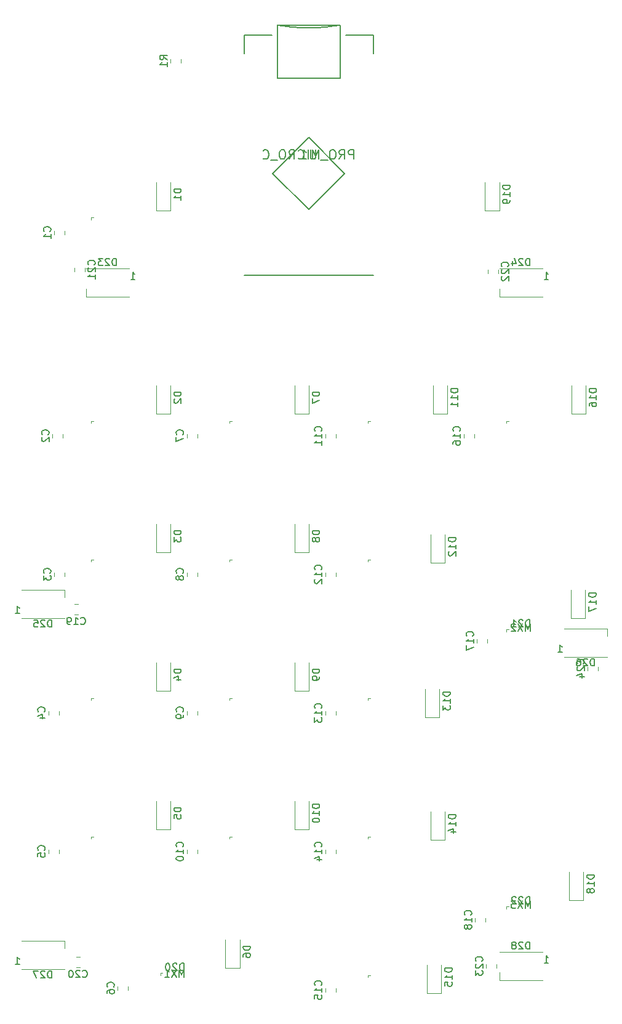
<source format=gbr>
%TF.GenerationSoftware,KiCad,Pcbnew,(5.1.6)-1*%
%TF.CreationDate,2021-03-03T00:47:03-05:00*%
%TF.ProjectId,Numpadulator,4e756d70-6164-4756-9c61-746f722e6b69,rev?*%
%TF.SameCoordinates,Original*%
%TF.FileFunction,Legend,Bot*%
%TF.FilePolarity,Positive*%
%FSLAX46Y46*%
G04 Gerber Fmt 4.6, Leading zero omitted, Abs format (unit mm)*
G04 Created by KiCad (PCBNEW (5.1.6)-1) date 2021-03-03 00:47:03*
%MOMM*%
%LPD*%
G01*
G04 APERTURE LIST*
%ADD10C,0.120000*%
%ADD11C,0.203200*%
%ADD12C,0.150000*%
G04 APERTURE END LIST*
D10*
%TO.C,C24*%
X131266000Y-121153422D02*
X131266000Y-121670578D01*
X129846000Y-121153422D02*
X129846000Y-121670578D01*
%TO.C,C23*%
X117296000Y-162047422D02*
X117296000Y-162564578D01*
X115876000Y-162047422D02*
X115876000Y-162564578D01*
%TO.C,C22*%
X116130000Y-67060578D02*
X116130000Y-66543422D01*
X117550000Y-67060578D02*
X117550000Y-66543422D01*
%TO.C,C21*%
X59234000Y-66806578D02*
X59234000Y-66289422D01*
X60654000Y-66806578D02*
X60654000Y-66289422D01*
%TO.C,C20*%
X59431422Y-161088000D02*
X59948578Y-161088000D01*
X59431422Y-162508000D02*
X59948578Y-162508000D01*
%TO.C,C19*%
X59177422Y-112574000D02*
X59694578Y-112574000D01*
X59177422Y-113994000D02*
X59694578Y-113994000D01*
%TO.C,D28*%
X117700000Y-164256000D02*
X117700000Y-163181000D01*
X123600000Y-164256000D02*
X117700000Y-164256000D01*
X123600000Y-160356000D02*
X117700000Y-160356000D01*
%TO.C,D27*%
X57814000Y-158832000D02*
X57814000Y-159907000D01*
X51914000Y-158832000D02*
X57814000Y-158832000D01*
X51914000Y-162732000D02*
X57814000Y-162732000D01*
%TO.C,D26*%
X132490000Y-115906000D02*
X132490000Y-116981000D01*
X126590000Y-115906000D02*
X132490000Y-115906000D01*
X126590000Y-119806000D02*
X132490000Y-119806000D01*
%TO.C,D25*%
X51914000Y-114472000D02*
X57814000Y-114472000D01*
X51914000Y-110572000D02*
X57814000Y-110572000D01*
X57814000Y-110572000D02*
X57814000Y-111647000D01*
%TO.C,D24*%
X117700000Y-70276000D02*
X117700000Y-69201000D01*
X123600000Y-70276000D02*
X117700000Y-70276000D01*
X123600000Y-66376000D02*
X117700000Y-66376000D01*
%TO.C,D23*%
X60804000Y-70276000D02*
X60804000Y-69201000D01*
X66704000Y-70276000D02*
X60804000Y-70276000D01*
X66704000Y-66376000D02*
X60804000Y-66376000D01*
%TO.C,R1*%
X72442000Y-37587422D02*
X72442000Y-38104578D01*
X73862000Y-37587422D02*
X73862000Y-38104578D01*
%TO.C,SW16*%
X118650000Y-87387500D02*
X118650000Y-87687500D01*
X118950000Y-87387500D02*
X118650000Y-87387500D01*
%TO.C,SW2*%
X61500000Y-87387500D02*
X61500000Y-87687500D01*
X61800000Y-87387500D02*
X61500000Y-87387500D01*
%TO.C,SW1*%
X61500000Y-59384000D02*
X61500000Y-59684000D01*
X61800000Y-59384000D02*
X61500000Y-59384000D01*
%TO.C,SW12*%
X99600000Y-106437500D02*
X99600000Y-106737500D01*
X99900000Y-106437500D02*
X99600000Y-106437500D01*
%TO.C,SW15*%
X99600000Y-163587500D02*
X99600000Y-163887500D01*
X99900000Y-163587500D02*
X99600000Y-163587500D01*
%TO.C,SW14*%
X99600000Y-144537500D02*
X99600000Y-144837500D01*
X99900000Y-144537500D02*
X99600000Y-144537500D01*
%TO.C,SW13*%
X99600000Y-125487500D02*
X99600000Y-125787500D01*
X99900000Y-125487500D02*
X99600000Y-125487500D01*
%TO.C,SW11*%
X99600000Y-87387500D02*
X99600000Y-87687500D01*
X99900000Y-87387500D02*
X99600000Y-87387500D01*
%TO.C,SW10*%
X80550000Y-144537500D02*
X80550000Y-144837500D01*
X80850000Y-144537500D02*
X80550000Y-144537500D01*
%TO.C,SW9*%
X80550000Y-125487500D02*
X80550000Y-125787500D01*
X80850000Y-125487500D02*
X80550000Y-125487500D01*
%TO.C,SW8*%
X80550000Y-106437500D02*
X80550000Y-106737500D01*
X80850000Y-106437500D02*
X80550000Y-106437500D01*
%TO.C,SW7*%
X80550000Y-87387500D02*
X80550000Y-87687500D01*
X80850000Y-87387500D02*
X80550000Y-87387500D01*
%TO.C,SW5*%
X61500000Y-144537500D02*
X61500000Y-144837500D01*
X61800000Y-144537500D02*
X61500000Y-144537500D01*
%TO.C,SW4*%
X61500000Y-125487500D02*
X61500000Y-125787500D01*
X61800000Y-125487500D02*
X61500000Y-125487500D01*
%TO.C,SW3*%
X61500000Y-106437500D02*
X61500000Y-106737500D01*
X61800000Y-106437500D02*
X61500000Y-106437500D01*
%TO.C,D22*%
X118950000Y-154156000D02*
X118650000Y-154156000D01*
X118650000Y-154156000D02*
X118650000Y-154456000D01*
%TO.C,D21*%
X118950000Y-116056000D02*
X118650000Y-116056000D01*
X118650000Y-116056000D02*
X118650000Y-116356000D01*
%TO.C,D20*%
X71025000Y-163300000D02*
X71025000Y-163600000D01*
X71325000Y-163300000D02*
X71025000Y-163300000D01*
D11*
%TO.C,U1*%
X82550000Y-67310000D02*
X100330000Y-67310000D01*
X82550000Y-34290000D02*
X82550000Y-36830000D01*
X86360000Y-34290000D02*
X82550000Y-34290000D01*
X100330000Y-34290000D02*
X100330000Y-36830000D01*
X96520000Y-34290000D02*
X100330000Y-34290000D01*
X86487000Y-53340000D02*
X91440000Y-48387000D01*
X91440000Y-58293000D02*
X86487000Y-53340000D01*
X96393000Y-53340000D02*
X91440000Y-58293000D01*
X91440000Y-48387000D02*
X96393000Y-53340000D01*
X95758000Y-32956500D02*
X87122000Y-32956500D01*
X87122000Y-40259000D02*
X95758000Y-40259000D01*
X87122000Y-32956500D02*
X87122000Y-40259000D01*
X95758000Y-40259000D02*
X95758000Y-32956500D01*
X87122000Y-32956500D02*
G75*
G03*
X95758000Y-32956500I4318000J24145875D01*
G01*
D10*
%TO.C,D19*%
X117681250Y-58447500D02*
X115681250Y-58447500D01*
X115681250Y-58447500D02*
X115681250Y-54547500D01*
X117681250Y-58447500D02*
X117681250Y-54547500D01*
%TO.C,D18*%
X129270000Y-153254000D02*
X127270000Y-153254000D01*
X127270000Y-153254000D02*
X127270000Y-149354000D01*
X129270000Y-153254000D02*
X129270000Y-149354000D01*
%TO.C,D17*%
X129524000Y-114518000D02*
X127524000Y-114518000D01*
X127524000Y-114518000D02*
X127524000Y-110618000D01*
X129524000Y-114518000D02*
X129524000Y-110618000D01*
%TO.C,D16*%
X129587500Y-86387500D02*
X127587500Y-86387500D01*
X127587500Y-86387500D02*
X127587500Y-82487500D01*
X129587500Y-86387500D02*
X129587500Y-82487500D01*
%TO.C,D15*%
X109712000Y-166080000D02*
X107712000Y-166080000D01*
X107712000Y-166080000D02*
X107712000Y-162180000D01*
X109712000Y-166080000D02*
X109712000Y-162180000D01*
%TO.C,D14*%
X110220000Y-144998000D02*
X108220000Y-144998000D01*
X108220000Y-144998000D02*
X108220000Y-141098000D01*
X110220000Y-144998000D02*
X110220000Y-141098000D01*
%TO.C,D13*%
X109458000Y-128106000D02*
X107458000Y-128106000D01*
X107458000Y-128106000D02*
X107458000Y-124206000D01*
X109458000Y-128106000D02*
X109458000Y-124206000D01*
%TO.C,D12*%
X110220000Y-106898000D02*
X108220000Y-106898000D01*
X108220000Y-106898000D02*
X108220000Y-102998000D01*
X110220000Y-106898000D02*
X110220000Y-102998000D01*
%TO.C,D11*%
X110537500Y-86387500D02*
X108537500Y-86387500D01*
X108537500Y-86387500D02*
X108537500Y-82487500D01*
X110537500Y-86387500D02*
X110537500Y-82487500D01*
%TO.C,D10*%
X91487500Y-143537500D02*
X89487500Y-143537500D01*
X89487500Y-143537500D02*
X89487500Y-139637500D01*
X91487500Y-143537500D02*
X91487500Y-139637500D01*
%TO.C,D9*%
X91487500Y-124487500D02*
X89487500Y-124487500D01*
X89487500Y-124487500D02*
X89487500Y-120587500D01*
X91487500Y-124487500D02*
X91487500Y-120587500D01*
%TO.C,D8*%
X91487500Y-105437500D02*
X89487500Y-105437500D01*
X89487500Y-105437500D02*
X89487500Y-101537500D01*
X91487500Y-105437500D02*
X91487500Y-101537500D01*
%TO.C,D7*%
X91487500Y-86387500D02*
X89487500Y-86387500D01*
X89487500Y-86387500D02*
X89487500Y-82487500D01*
X91487500Y-86387500D02*
X91487500Y-82487500D01*
%TO.C,D6*%
X81962500Y-162587500D02*
X79962500Y-162587500D01*
X79962500Y-162587500D02*
X79962500Y-158687500D01*
X81962500Y-162587500D02*
X81962500Y-158687500D01*
%TO.C,D5*%
X72437500Y-143537500D02*
X70437500Y-143537500D01*
X70437500Y-143537500D02*
X70437500Y-139637500D01*
X72437500Y-143537500D02*
X72437500Y-139637500D01*
%TO.C,D4*%
X72437500Y-124487500D02*
X70437500Y-124487500D01*
X70437500Y-124487500D02*
X70437500Y-120587500D01*
X72437500Y-124487500D02*
X72437500Y-120587500D01*
%TO.C,D3*%
X72437500Y-105437500D02*
X70437500Y-105437500D01*
X70437500Y-105437500D02*
X70437500Y-101537500D01*
X72437500Y-105437500D02*
X72437500Y-101537500D01*
%TO.C,D2*%
X72437500Y-86387500D02*
X70437500Y-86387500D01*
X70437500Y-86387500D02*
X70437500Y-82487500D01*
X72437500Y-86387500D02*
X72437500Y-82487500D01*
%TO.C,D1*%
X72437500Y-58447500D02*
X70437500Y-58447500D01*
X70437500Y-58447500D02*
X70437500Y-54547500D01*
X72437500Y-58447500D02*
X72437500Y-54547500D01*
%TO.C,C18*%
X114352000Y-155697422D02*
X114352000Y-156214578D01*
X115772000Y-155697422D02*
X115772000Y-156214578D01*
%TO.C,C17*%
X114606000Y-117343422D02*
X114606000Y-117860578D01*
X116026000Y-117343422D02*
X116026000Y-117860578D01*
%TO.C,C16*%
X112796250Y-89149422D02*
X112796250Y-89666578D01*
X114216250Y-89149422D02*
X114216250Y-89666578D01*
%TO.C,C15*%
X93746250Y-165349422D02*
X93746250Y-165866578D01*
X95166250Y-165349422D02*
X95166250Y-165866578D01*
%TO.C,C14*%
X93746250Y-146299422D02*
X93746250Y-146816578D01*
X95166250Y-146299422D02*
X95166250Y-146816578D01*
%TO.C,C13*%
X93746250Y-127249422D02*
X93746250Y-127766578D01*
X95166250Y-127249422D02*
X95166250Y-127766578D01*
%TO.C,C12*%
X93746250Y-108199422D02*
X93746250Y-108716578D01*
X95166250Y-108199422D02*
X95166250Y-108716578D01*
%TO.C,C11*%
X93746250Y-89149422D02*
X93746250Y-89666578D01*
X95166250Y-89149422D02*
X95166250Y-89666578D01*
%TO.C,C10*%
X74696250Y-146299422D02*
X74696250Y-146816578D01*
X76116250Y-146299422D02*
X76116250Y-146816578D01*
%TO.C,C9*%
X74696250Y-127249422D02*
X74696250Y-127766578D01*
X76116250Y-127249422D02*
X76116250Y-127766578D01*
%TO.C,C8*%
X74696250Y-108199422D02*
X74696250Y-108716578D01*
X76116250Y-108199422D02*
X76116250Y-108716578D01*
%TO.C,C7*%
X76116250Y-89149422D02*
X76116250Y-89666578D01*
X74696250Y-89149422D02*
X74696250Y-89666578D01*
%TO.C,C6*%
X65171250Y-165095422D02*
X65171250Y-165612578D01*
X66591250Y-165095422D02*
X66591250Y-165612578D01*
%TO.C,C5*%
X55646250Y-146299422D02*
X55646250Y-146816578D01*
X57066250Y-146299422D02*
X57066250Y-146816578D01*
%TO.C,C4*%
X55646250Y-127249422D02*
X55646250Y-127766578D01*
X57066250Y-127249422D02*
X57066250Y-127766578D01*
%TO.C,C3*%
X56440000Y-108199422D02*
X56440000Y-108716578D01*
X57860000Y-108199422D02*
X57860000Y-108716578D01*
%TO.C,C2*%
X56186000Y-89149422D02*
X56186000Y-89666578D01*
X57606000Y-89149422D02*
X57606000Y-89666578D01*
%TO.C,C1*%
X57860000Y-61209422D02*
X57860000Y-61726578D01*
X56440000Y-61209422D02*
X56440000Y-61726578D01*
%TO.C,C24*%
D12*
X129263142Y-120769142D02*
X129310761Y-120721523D01*
X129358380Y-120578666D01*
X129358380Y-120483428D01*
X129310761Y-120340571D01*
X129215523Y-120245333D01*
X129120285Y-120197714D01*
X128929809Y-120150095D01*
X128786952Y-120150095D01*
X128596476Y-120197714D01*
X128501238Y-120245333D01*
X128406000Y-120340571D01*
X128358380Y-120483428D01*
X128358380Y-120578666D01*
X128406000Y-120721523D01*
X128453619Y-120769142D01*
X128453619Y-121150095D02*
X128406000Y-121197714D01*
X128358380Y-121292952D01*
X128358380Y-121531047D01*
X128406000Y-121626285D01*
X128453619Y-121673904D01*
X128548857Y-121721523D01*
X128644095Y-121721523D01*
X128786952Y-121673904D01*
X129358380Y-121102476D01*
X129358380Y-121721523D01*
X128691714Y-122578666D02*
X129358380Y-122578666D01*
X128310761Y-122340571D02*
X129025047Y-122102476D01*
X129025047Y-122721523D01*
%TO.C,C23*%
X115293142Y-161663142D02*
X115340761Y-161615523D01*
X115388380Y-161472666D01*
X115388380Y-161377428D01*
X115340761Y-161234571D01*
X115245523Y-161139333D01*
X115150285Y-161091714D01*
X114959809Y-161044095D01*
X114816952Y-161044095D01*
X114626476Y-161091714D01*
X114531238Y-161139333D01*
X114436000Y-161234571D01*
X114388380Y-161377428D01*
X114388380Y-161472666D01*
X114436000Y-161615523D01*
X114483619Y-161663142D01*
X114483619Y-162044095D02*
X114436000Y-162091714D01*
X114388380Y-162186952D01*
X114388380Y-162425047D01*
X114436000Y-162520285D01*
X114483619Y-162567904D01*
X114578857Y-162615523D01*
X114674095Y-162615523D01*
X114816952Y-162567904D01*
X115388380Y-161996476D01*
X115388380Y-162615523D01*
X114388380Y-162948857D02*
X114388380Y-163567904D01*
X114769333Y-163234571D01*
X114769333Y-163377428D01*
X114816952Y-163472666D01*
X114864571Y-163520285D01*
X114959809Y-163567904D01*
X115197904Y-163567904D01*
X115293142Y-163520285D01*
X115340761Y-163472666D01*
X115388380Y-163377428D01*
X115388380Y-163091714D01*
X115340761Y-162996476D01*
X115293142Y-162948857D01*
%TO.C,C22*%
X118847142Y-66159142D02*
X118894761Y-66111523D01*
X118942380Y-65968666D01*
X118942380Y-65873428D01*
X118894761Y-65730571D01*
X118799523Y-65635333D01*
X118704285Y-65587714D01*
X118513809Y-65540095D01*
X118370952Y-65540095D01*
X118180476Y-65587714D01*
X118085238Y-65635333D01*
X117990000Y-65730571D01*
X117942380Y-65873428D01*
X117942380Y-65968666D01*
X117990000Y-66111523D01*
X118037619Y-66159142D01*
X118037619Y-66540095D02*
X117990000Y-66587714D01*
X117942380Y-66682952D01*
X117942380Y-66921047D01*
X117990000Y-67016285D01*
X118037619Y-67063904D01*
X118132857Y-67111523D01*
X118228095Y-67111523D01*
X118370952Y-67063904D01*
X118942380Y-66492476D01*
X118942380Y-67111523D01*
X118037619Y-67492476D02*
X117990000Y-67540095D01*
X117942380Y-67635333D01*
X117942380Y-67873428D01*
X117990000Y-67968666D01*
X118037619Y-68016285D01*
X118132857Y-68063904D01*
X118228095Y-68063904D01*
X118370952Y-68016285D01*
X118942380Y-67444857D01*
X118942380Y-68063904D01*
%TO.C,C21*%
X61951142Y-65905142D02*
X61998761Y-65857523D01*
X62046380Y-65714666D01*
X62046380Y-65619428D01*
X61998761Y-65476571D01*
X61903523Y-65381333D01*
X61808285Y-65333714D01*
X61617809Y-65286095D01*
X61474952Y-65286095D01*
X61284476Y-65333714D01*
X61189238Y-65381333D01*
X61094000Y-65476571D01*
X61046380Y-65619428D01*
X61046380Y-65714666D01*
X61094000Y-65857523D01*
X61141619Y-65905142D01*
X61141619Y-66286095D02*
X61094000Y-66333714D01*
X61046380Y-66428952D01*
X61046380Y-66667047D01*
X61094000Y-66762285D01*
X61141619Y-66809904D01*
X61236857Y-66857523D01*
X61332095Y-66857523D01*
X61474952Y-66809904D01*
X62046380Y-66238476D01*
X62046380Y-66857523D01*
X62046380Y-67809904D02*
X62046380Y-67238476D01*
X62046380Y-67524190D02*
X61046380Y-67524190D01*
X61189238Y-67428952D01*
X61284476Y-67333714D01*
X61332095Y-67238476D01*
%TO.C,C20*%
X60332857Y-163805142D02*
X60380476Y-163852761D01*
X60523333Y-163900380D01*
X60618571Y-163900380D01*
X60761428Y-163852761D01*
X60856666Y-163757523D01*
X60904285Y-163662285D01*
X60951904Y-163471809D01*
X60951904Y-163328952D01*
X60904285Y-163138476D01*
X60856666Y-163043238D01*
X60761428Y-162948000D01*
X60618571Y-162900380D01*
X60523333Y-162900380D01*
X60380476Y-162948000D01*
X60332857Y-162995619D01*
X59951904Y-162995619D02*
X59904285Y-162948000D01*
X59809047Y-162900380D01*
X59570952Y-162900380D01*
X59475714Y-162948000D01*
X59428095Y-162995619D01*
X59380476Y-163090857D01*
X59380476Y-163186095D01*
X59428095Y-163328952D01*
X59999523Y-163900380D01*
X59380476Y-163900380D01*
X58761428Y-162900380D02*
X58666190Y-162900380D01*
X58570952Y-162948000D01*
X58523333Y-162995619D01*
X58475714Y-163090857D01*
X58428095Y-163281333D01*
X58428095Y-163519428D01*
X58475714Y-163709904D01*
X58523333Y-163805142D01*
X58570952Y-163852761D01*
X58666190Y-163900380D01*
X58761428Y-163900380D01*
X58856666Y-163852761D01*
X58904285Y-163805142D01*
X58951904Y-163709904D01*
X58999523Y-163519428D01*
X58999523Y-163281333D01*
X58951904Y-163090857D01*
X58904285Y-162995619D01*
X58856666Y-162948000D01*
X58761428Y-162900380D01*
%TO.C,C19*%
X60078857Y-115291142D02*
X60126476Y-115338761D01*
X60269333Y-115386380D01*
X60364571Y-115386380D01*
X60507428Y-115338761D01*
X60602666Y-115243523D01*
X60650285Y-115148285D01*
X60697904Y-114957809D01*
X60697904Y-114814952D01*
X60650285Y-114624476D01*
X60602666Y-114529238D01*
X60507428Y-114434000D01*
X60364571Y-114386380D01*
X60269333Y-114386380D01*
X60126476Y-114434000D01*
X60078857Y-114481619D01*
X59126476Y-115386380D02*
X59697904Y-115386380D01*
X59412190Y-115386380D02*
X59412190Y-114386380D01*
X59507428Y-114529238D01*
X59602666Y-114624476D01*
X59697904Y-114672095D01*
X58650285Y-115386380D02*
X58459809Y-115386380D01*
X58364571Y-115338761D01*
X58316952Y-115291142D01*
X58221714Y-115148285D01*
X58174095Y-114957809D01*
X58174095Y-114576857D01*
X58221714Y-114481619D01*
X58269333Y-114434000D01*
X58364571Y-114386380D01*
X58555047Y-114386380D01*
X58650285Y-114434000D01*
X58697904Y-114481619D01*
X58745523Y-114576857D01*
X58745523Y-114814952D01*
X58697904Y-114910190D01*
X58650285Y-114957809D01*
X58555047Y-115005428D01*
X58364571Y-115005428D01*
X58269333Y-114957809D01*
X58221714Y-114910190D01*
X58174095Y-114814952D01*
%TO.C,D28*%
X121864285Y-160008380D02*
X121864285Y-159008380D01*
X121626190Y-159008380D01*
X121483333Y-159056000D01*
X121388095Y-159151238D01*
X121340476Y-159246476D01*
X121292857Y-159436952D01*
X121292857Y-159579809D01*
X121340476Y-159770285D01*
X121388095Y-159865523D01*
X121483333Y-159960761D01*
X121626190Y-160008380D01*
X121864285Y-160008380D01*
X120911904Y-159103619D02*
X120864285Y-159056000D01*
X120769047Y-159008380D01*
X120530952Y-159008380D01*
X120435714Y-159056000D01*
X120388095Y-159103619D01*
X120340476Y-159198857D01*
X120340476Y-159294095D01*
X120388095Y-159436952D01*
X120959523Y-160008380D01*
X120340476Y-160008380D01*
X119769047Y-159436952D02*
X119864285Y-159389333D01*
X119911904Y-159341714D01*
X119959523Y-159246476D01*
X119959523Y-159198857D01*
X119911904Y-159103619D01*
X119864285Y-159056000D01*
X119769047Y-159008380D01*
X119578571Y-159008380D01*
X119483333Y-159056000D01*
X119435714Y-159103619D01*
X119388095Y-159198857D01*
X119388095Y-159246476D01*
X119435714Y-159341714D01*
X119483333Y-159389333D01*
X119578571Y-159436952D01*
X119769047Y-159436952D01*
X119864285Y-159484571D01*
X119911904Y-159532190D01*
X119959523Y-159627428D01*
X119959523Y-159817904D01*
X119911904Y-159913142D01*
X119864285Y-159960761D01*
X119769047Y-160008380D01*
X119578571Y-160008380D01*
X119483333Y-159960761D01*
X119435714Y-159913142D01*
X119388095Y-159817904D01*
X119388095Y-159627428D01*
X119435714Y-159532190D01*
X119483333Y-159484571D01*
X119578571Y-159436952D01*
X123864285Y-161883380D02*
X124435714Y-161883380D01*
X124150000Y-161883380D02*
X124150000Y-160883380D01*
X124245238Y-161026238D01*
X124340476Y-161121476D01*
X124435714Y-161169095D01*
%TO.C,D27*%
X56078285Y-163984380D02*
X56078285Y-162984380D01*
X55840190Y-162984380D01*
X55697333Y-163032000D01*
X55602095Y-163127238D01*
X55554476Y-163222476D01*
X55506857Y-163412952D01*
X55506857Y-163555809D01*
X55554476Y-163746285D01*
X55602095Y-163841523D01*
X55697333Y-163936761D01*
X55840190Y-163984380D01*
X56078285Y-163984380D01*
X55125904Y-163079619D02*
X55078285Y-163032000D01*
X54983047Y-162984380D01*
X54744952Y-162984380D01*
X54649714Y-163032000D01*
X54602095Y-163079619D01*
X54554476Y-163174857D01*
X54554476Y-163270095D01*
X54602095Y-163412952D01*
X55173523Y-163984380D01*
X54554476Y-163984380D01*
X54221142Y-162984380D02*
X53554476Y-162984380D01*
X53983047Y-163984380D01*
X51078285Y-162109380D02*
X51649714Y-162109380D01*
X51364000Y-162109380D02*
X51364000Y-161109380D01*
X51459238Y-161252238D01*
X51554476Y-161347476D01*
X51649714Y-161395095D01*
%TO.C,D26*%
X130754285Y-121058380D02*
X130754285Y-120058380D01*
X130516190Y-120058380D01*
X130373333Y-120106000D01*
X130278095Y-120201238D01*
X130230476Y-120296476D01*
X130182857Y-120486952D01*
X130182857Y-120629809D01*
X130230476Y-120820285D01*
X130278095Y-120915523D01*
X130373333Y-121010761D01*
X130516190Y-121058380D01*
X130754285Y-121058380D01*
X129801904Y-120153619D02*
X129754285Y-120106000D01*
X129659047Y-120058380D01*
X129420952Y-120058380D01*
X129325714Y-120106000D01*
X129278095Y-120153619D01*
X129230476Y-120248857D01*
X129230476Y-120344095D01*
X129278095Y-120486952D01*
X129849523Y-121058380D01*
X129230476Y-121058380D01*
X128373333Y-120058380D02*
X128563809Y-120058380D01*
X128659047Y-120106000D01*
X128706666Y-120153619D01*
X128801904Y-120296476D01*
X128849523Y-120486952D01*
X128849523Y-120867904D01*
X128801904Y-120963142D01*
X128754285Y-121010761D01*
X128659047Y-121058380D01*
X128468571Y-121058380D01*
X128373333Y-121010761D01*
X128325714Y-120963142D01*
X128278095Y-120867904D01*
X128278095Y-120629809D01*
X128325714Y-120534571D01*
X128373333Y-120486952D01*
X128468571Y-120439333D01*
X128659047Y-120439333D01*
X128754285Y-120486952D01*
X128801904Y-120534571D01*
X128849523Y-120629809D01*
X125754285Y-119183380D02*
X126325714Y-119183380D01*
X126040000Y-119183380D02*
X126040000Y-118183380D01*
X126135238Y-118326238D01*
X126230476Y-118421476D01*
X126325714Y-118469095D01*
%TO.C,D25*%
X56078285Y-115724380D02*
X56078285Y-114724380D01*
X55840190Y-114724380D01*
X55697333Y-114772000D01*
X55602095Y-114867238D01*
X55554476Y-114962476D01*
X55506857Y-115152952D01*
X55506857Y-115295809D01*
X55554476Y-115486285D01*
X55602095Y-115581523D01*
X55697333Y-115676761D01*
X55840190Y-115724380D01*
X56078285Y-115724380D01*
X55125904Y-114819619D02*
X55078285Y-114772000D01*
X54983047Y-114724380D01*
X54744952Y-114724380D01*
X54649714Y-114772000D01*
X54602095Y-114819619D01*
X54554476Y-114914857D01*
X54554476Y-115010095D01*
X54602095Y-115152952D01*
X55173523Y-115724380D01*
X54554476Y-115724380D01*
X53649714Y-114724380D02*
X54125904Y-114724380D01*
X54173523Y-115200571D01*
X54125904Y-115152952D01*
X54030666Y-115105333D01*
X53792571Y-115105333D01*
X53697333Y-115152952D01*
X53649714Y-115200571D01*
X53602095Y-115295809D01*
X53602095Y-115533904D01*
X53649714Y-115629142D01*
X53697333Y-115676761D01*
X53792571Y-115724380D01*
X54030666Y-115724380D01*
X54125904Y-115676761D01*
X54173523Y-115629142D01*
X51078285Y-113849380D02*
X51649714Y-113849380D01*
X51364000Y-113849380D02*
X51364000Y-112849380D01*
X51459238Y-112992238D01*
X51554476Y-113087476D01*
X51649714Y-113135095D01*
%TO.C,D24*%
X121864285Y-66028380D02*
X121864285Y-65028380D01*
X121626190Y-65028380D01*
X121483333Y-65076000D01*
X121388095Y-65171238D01*
X121340476Y-65266476D01*
X121292857Y-65456952D01*
X121292857Y-65599809D01*
X121340476Y-65790285D01*
X121388095Y-65885523D01*
X121483333Y-65980761D01*
X121626190Y-66028380D01*
X121864285Y-66028380D01*
X120911904Y-65123619D02*
X120864285Y-65076000D01*
X120769047Y-65028380D01*
X120530952Y-65028380D01*
X120435714Y-65076000D01*
X120388095Y-65123619D01*
X120340476Y-65218857D01*
X120340476Y-65314095D01*
X120388095Y-65456952D01*
X120959523Y-66028380D01*
X120340476Y-66028380D01*
X119483333Y-65361714D02*
X119483333Y-66028380D01*
X119721428Y-64980761D02*
X119959523Y-65695047D01*
X119340476Y-65695047D01*
X123864285Y-67903380D02*
X124435714Y-67903380D01*
X124150000Y-67903380D02*
X124150000Y-66903380D01*
X124245238Y-67046238D01*
X124340476Y-67141476D01*
X124435714Y-67189095D01*
%TO.C,D23*%
X64968285Y-66028380D02*
X64968285Y-65028380D01*
X64730190Y-65028380D01*
X64587333Y-65076000D01*
X64492095Y-65171238D01*
X64444476Y-65266476D01*
X64396857Y-65456952D01*
X64396857Y-65599809D01*
X64444476Y-65790285D01*
X64492095Y-65885523D01*
X64587333Y-65980761D01*
X64730190Y-66028380D01*
X64968285Y-66028380D01*
X64015904Y-65123619D02*
X63968285Y-65076000D01*
X63873047Y-65028380D01*
X63634952Y-65028380D01*
X63539714Y-65076000D01*
X63492095Y-65123619D01*
X63444476Y-65218857D01*
X63444476Y-65314095D01*
X63492095Y-65456952D01*
X64063523Y-66028380D01*
X63444476Y-66028380D01*
X63111142Y-65028380D02*
X62492095Y-65028380D01*
X62825428Y-65409333D01*
X62682571Y-65409333D01*
X62587333Y-65456952D01*
X62539714Y-65504571D01*
X62492095Y-65599809D01*
X62492095Y-65837904D01*
X62539714Y-65933142D01*
X62587333Y-65980761D01*
X62682571Y-66028380D01*
X62968285Y-66028380D01*
X63063523Y-65980761D01*
X63111142Y-65933142D01*
X66968285Y-67903380D02*
X67539714Y-67903380D01*
X67254000Y-67903380D02*
X67254000Y-66903380D01*
X67349238Y-67046238D01*
X67444476Y-67141476D01*
X67539714Y-67189095D01*
%TO.C,R1*%
X71954380Y-37679333D02*
X71478190Y-37346000D01*
X71954380Y-37107904D02*
X70954380Y-37107904D01*
X70954380Y-37488857D01*
X71002000Y-37584095D01*
X71049619Y-37631714D01*
X71144857Y-37679333D01*
X71287714Y-37679333D01*
X71382952Y-37631714D01*
X71430571Y-37584095D01*
X71478190Y-37488857D01*
X71478190Y-37107904D01*
X71954380Y-38631714D02*
X71954380Y-38060285D01*
X71954380Y-38346000D02*
X70954380Y-38346000D01*
X71097238Y-38250761D01*
X71192476Y-38155523D01*
X71240095Y-38060285D01*
%TO.C,MX2*%
X121935714Y-116276380D02*
X121935714Y-115276380D01*
X121602380Y-115990666D01*
X121269047Y-115276380D01*
X121269047Y-116276380D01*
X120888095Y-115276380D02*
X120221428Y-116276380D01*
X120221428Y-115276380D02*
X120888095Y-116276380D01*
X119888095Y-115371619D02*
X119840476Y-115324000D01*
X119745238Y-115276380D01*
X119507142Y-115276380D01*
X119411904Y-115324000D01*
X119364285Y-115371619D01*
X119316666Y-115466857D01*
X119316666Y-115562095D01*
X119364285Y-115704952D01*
X119935714Y-116276380D01*
X119316666Y-116276380D01*
%TO.C,MX3*%
X121935714Y-154376380D02*
X121935714Y-153376380D01*
X121602380Y-154090666D01*
X121269047Y-153376380D01*
X121269047Y-154376380D01*
X120888095Y-153376380D02*
X120221428Y-154376380D01*
X120221428Y-153376380D02*
X120888095Y-154376380D01*
X119935714Y-153376380D02*
X119316666Y-153376380D01*
X119650000Y-153757333D01*
X119507142Y-153757333D01*
X119411904Y-153804952D01*
X119364285Y-153852571D01*
X119316666Y-153947809D01*
X119316666Y-154185904D01*
X119364285Y-154281142D01*
X119411904Y-154328761D01*
X119507142Y-154376380D01*
X119792857Y-154376380D01*
X119888095Y-154328761D01*
X119935714Y-154281142D01*
%TO.C,MX1*%
X74310714Y-163837880D02*
X74310714Y-162837880D01*
X73977380Y-163552166D01*
X73644047Y-162837880D01*
X73644047Y-163837880D01*
X73263095Y-162837880D02*
X72596428Y-163837880D01*
X72596428Y-162837880D02*
X73263095Y-163837880D01*
X71691666Y-163837880D02*
X72263095Y-163837880D01*
X71977380Y-163837880D02*
X71977380Y-162837880D01*
X72072619Y-162980738D01*
X72167857Y-163075976D01*
X72263095Y-163123595D01*
%TO.C,D22*%
X121864285Y-153808380D02*
X121864285Y-152808380D01*
X121626190Y-152808380D01*
X121483333Y-152856000D01*
X121388095Y-152951238D01*
X121340476Y-153046476D01*
X121292857Y-153236952D01*
X121292857Y-153379809D01*
X121340476Y-153570285D01*
X121388095Y-153665523D01*
X121483333Y-153760761D01*
X121626190Y-153808380D01*
X121864285Y-153808380D01*
X120911904Y-152903619D02*
X120864285Y-152856000D01*
X120769047Y-152808380D01*
X120530952Y-152808380D01*
X120435714Y-152856000D01*
X120388095Y-152903619D01*
X120340476Y-152998857D01*
X120340476Y-153094095D01*
X120388095Y-153236952D01*
X120959523Y-153808380D01*
X120340476Y-153808380D01*
X119959523Y-152903619D02*
X119911904Y-152856000D01*
X119816666Y-152808380D01*
X119578571Y-152808380D01*
X119483333Y-152856000D01*
X119435714Y-152903619D01*
X119388095Y-152998857D01*
X119388095Y-153094095D01*
X119435714Y-153236952D01*
X120007142Y-153808380D01*
X119388095Y-153808380D01*
%TO.C,D21*%
X121864285Y-115708380D02*
X121864285Y-114708380D01*
X121626190Y-114708380D01*
X121483333Y-114756000D01*
X121388095Y-114851238D01*
X121340476Y-114946476D01*
X121292857Y-115136952D01*
X121292857Y-115279809D01*
X121340476Y-115470285D01*
X121388095Y-115565523D01*
X121483333Y-115660761D01*
X121626190Y-115708380D01*
X121864285Y-115708380D01*
X120911904Y-114803619D02*
X120864285Y-114756000D01*
X120769047Y-114708380D01*
X120530952Y-114708380D01*
X120435714Y-114756000D01*
X120388095Y-114803619D01*
X120340476Y-114898857D01*
X120340476Y-114994095D01*
X120388095Y-115136952D01*
X120959523Y-115708380D01*
X120340476Y-115708380D01*
X119388095Y-115708380D02*
X119959523Y-115708380D01*
X119673809Y-115708380D02*
X119673809Y-114708380D01*
X119769047Y-114851238D01*
X119864285Y-114946476D01*
X119959523Y-114994095D01*
%TO.C,D20*%
X74239285Y-162952380D02*
X74239285Y-161952380D01*
X74001190Y-161952380D01*
X73858333Y-162000000D01*
X73763095Y-162095238D01*
X73715476Y-162190476D01*
X73667857Y-162380952D01*
X73667857Y-162523809D01*
X73715476Y-162714285D01*
X73763095Y-162809523D01*
X73858333Y-162904761D01*
X74001190Y-162952380D01*
X74239285Y-162952380D01*
X73286904Y-162047619D02*
X73239285Y-162000000D01*
X73144047Y-161952380D01*
X72905952Y-161952380D01*
X72810714Y-162000000D01*
X72763095Y-162047619D01*
X72715476Y-162142857D01*
X72715476Y-162238095D01*
X72763095Y-162380952D01*
X73334523Y-162952380D01*
X72715476Y-162952380D01*
X72096428Y-161952380D02*
X72001190Y-161952380D01*
X71905952Y-162000000D01*
X71858333Y-162047619D01*
X71810714Y-162142857D01*
X71763095Y-162333333D01*
X71763095Y-162571428D01*
X71810714Y-162761904D01*
X71858333Y-162857142D01*
X71905952Y-162904761D01*
X72001190Y-162952380D01*
X72096428Y-162952380D01*
X72191666Y-162904761D01*
X72239285Y-162857142D01*
X72286904Y-162761904D01*
X72334523Y-162571428D01*
X72334523Y-162333333D01*
X72286904Y-162142857D01*
X72239285Y-162047619D01*
X72191666Y-162000000D01*
X72096428Y-161952380D01*
%TO.C,U1*%
X92407619Y-50104523D02*
X92407619Y-51132619D01*
X92347142Y-51253571D01*
X92286666Y-51314047D01*
X92165714Y-51374523D01*
X91923809Y-51374523D01*
X91802857Y-51314047D01*
X91742380Y-51253571D01*
X91681904Y-51132619D01*
X91681904Y-50104523D01*
X90411904Y-51374523D02*
X91137619Y-51374523D01*
X90774761Y-51374523D02*
X90774761Y-50104523D01*
X90895714Y-50285952D01*
X91016666Y-50406904D01*
X91137619Y-50467380D01*
X97638809Y-51374523D02*
X97638809Y-50104523D01*
X97155000Y-50104523D01*
X97034047Y-50165000D01*
X96973571Y-50225476D01*
X96913095Y-50346428D01*
X96913095Y-50527857D01*
X96973571Y-50648809D01*
X97034047Y-50709285D01*
X97155000Y-50769761D01*
X97638809Y-50769761D01*
X95643095Y-51374523D02*
X96066428Y-50769761D01*
X96368809Y-51374523D02*
X96368809Y-50104523D01*
X95885000Y-50104523D01*
X95764047Y-50165000D01*
X95703571Y-50225476D01*
X95643095Y-50346428D01*
X95643095Y-50527857D01*
X95703571Y-50648809D01*
X95764047Y-50709285D01*
X95885000Y-50769761D01*
X96368809Y-50769761D01*
X94856904Y-50104523D02*
X94615000Y-50104523D01*
X94494047Y-50165000D01*
X94373095Y-50285952D01*
X94312619Y-50527857D01*
X94312619Y-50951190D01*
X94373095Y-51193095D01*
X94494047Y-51314047D01*
X94615000Y-51374523D01*
X94856904Y-51374523D01*
X94977857Y-51314047D01*
X95098809Y-51193095D01*
X95159285Y-50951190D01*
X95159285Y-50527857D01*
X95098809Y-50285952D01*
X94977857Y-50165000D01*
X94856904Y-50104523D01*
X94070714Y-51495476D02*
X93103095Y-51495476D01*
X92800714Y-51374523D02*
X92800714Y-50104523D01*
X92377380Y-51011666D01*
X91954047Y-50104523D01*
X91954047Y-51374523D01*
X91349285Y-51374523D02*
X91349285Y-50104523D01*
X90018809Y-51253571D02*
X90079285Y-51314047D01*
X90260714Y-51374523D01*
X90381666Y-51374523D01*
X90563095Y-51314047D01*
X90684047Y-51193095D01*
X90744523Y-51072142D01*
X90805000Y-50830238D01*
X90805000Y-50648809D01*
X90744523Y-50406904D01*
X90684047Y-50285952D01*
X90563095Y-50165000D01*
X90381666Y-50104523D01*
X90260714Y-50104523D01*
X90079285Y-50165000D01*
X90018809Y-50225476D01*
X88748809Y-51374523D02*
X89172142Y-50769761D01*
X89474523Y-51374523D02*
X89474523Y-50104523D01*
X88990714Y-50104523D01*
X88869761Y-50165000D01*
X88809285Y-50225476D01*
X88748809Y-50346428D01*
X88748809Y-50527857D01*
X88809285Y-50648809D01*
X88869761Y-50709285D01*
X88990714Y-50769761D01*
X89474523Y-50769761D01*
X87962619Y-50104523D02*
X87720714Y-50104523D01*
X87599761Y-50165000D01*
X87478809Y-50285952D01*
X87418333Y-50527857D01*
X87418333Y-50951190D01*
X87478809Y-51193095D01*
X87599761Y-51314047D01*
X87720714Y-51374523D01*
X87962619Y-51374523D01*
X88083571Y-51314047D01*
X88204523Y-51193095D01*
X88265000Y-50951190D01*
X88265000Y-50527857D01*
X88204523Y-50285952D01*
X88083571Y-50165000D01*
X87962619Y-50104523D01*
X87176428Y-51495476D02*
X86208809Y-51495476D01*
X85180714Y-51253571D02*
X85241190Y-51314047D01*
X85422619Y-51374523D01*
X85543571Y-51374523D01*
X85725000Y-51314047D01*
X85845952Y-51193095D01*
X85906428Y-51072142D01*
X85966904Y-50830238D01*
X85966904Y-50648809D01*
X85906428Y-50406904D01*
X85845952Y-50285952D01*
X85725000Y-50165000D01*
X85543571Y-50104523D01*
X85422619Y-50104523D01*
X85241190Y-50165000D01*
X85180714Y-50225476D01*
%TO.C,D19*%
X119133630Y-54983214D02*
X118133630Y-54983214D01*
X118133630Y-55221309D01*
X118181250Y-55364166D01*
X118276488Y-55459404D01*
X118371726Y-55507023D01*
X118562202Y-55554642D01*
X118705059Y-55554642D01*
X118895535Y-55507023D01*
X118990773Y-55459404D01*
X119086011Y-55364166D01*
X119133630Y-55221309D01*
X119133630Y-54983214D01*
X119133630Y-56507023D02*
X119133630Y-55935595D01*
X119133630Y-56221309D02*
X118133630Y-56221309D01*
X118276488Y-56126071D01*
X118371726Y-56030833D01*
X118419345Y-55935595D01*
X119133630Y-56983214D02*
X119133630Y-57173690D01*
X119086011Y-57268928D01*
X119038392Y-57316547D01*
X118895535Y-57411785D01*
X118705059Y-57459404D01*
X118324107Y-57459404D01*
X118228869Y-57411785D01*
X118181250Y-57364166D01*
X118133630Y-57268928D01*
X118133630Y-57078452D01*
X118181250Y-56983214D01*
X118228869Y-56935595D01*
X118324107Y-56887976D01*
X118562202Y-56887976D01*
X118657440Y-56935595D01*
X118705059Y-56983214D01*
X118752678Y-57078452D01*
X118752678Y-57268928D01*
X118705059Y-57364166D01*
X118657440Y-57411785D01*
X118562202Y-57459404D01*
%TO.C,D18*%
X130722380Y-149789714D02*
X129722380Y-149789714D01*
X129722380Y-150027809D01*
X129770000Y-150170666D01*
X129865238Y-150265904D01*
X129960476Y-150313523D01*
X130150952Y-150361142D01*
X130293809Y-150361142D01*
X130484285Y-150313523D01*
X130579523Y-150265904D01*
X130674761Y-150170666D01*
X130722380Y-150027809D01*
X130722380Y-149789714D01*
X130722380Y-151313523D02*
X130722380Y-150742095D01*
X130722380Y-151027809D02*
X129722380Y-151027809D01*
X129865238Y-150932571D01*
X129960476Y-150837333D01*
X130008095Y-150742095D01*
X130150952Y-151884952D02*
X130103333Y-151789714D01*
X130055714Y-151742095D01*
X129960476Y-151694476D01*
X129912857Y-151694476D01*
X129817619Y-151742095D01*
X129770000Y-151789714D01*
X129722380Y-151884952D01*
X129722380Y-152075428D01*
X129770000Y-152170666D01*
X129817619Y-152218285D01*
X129912857Y-152265904D01*
X129960476Y-152265904D01*
X130055714Y-152218285D01*
X130103333Y-152170666D01*
X130150952Y-152075428D01*
X130150952Y-151884952D01*
X130198571Y-151789714D01*
X130246190Y-151742095D01*
X130341428Y-151694476D01*
X130531904Y-151694476D01*
X130627142Y-151742095D01*
X130674761Y-151789714D01*
X130722380Y-151884952D01*
X130722380Y-152075428D01*
X130674761Y-152170666D01*
X130627142Y-152218285D01*
X130531904Y-152265904D01*
X130341428Y-152265904D01*
X130246190Y-152218285D01*
X130198571Y-152170666D01*
X130150952Y-152075428D01*
%TO.C,D17*%
X130976380Y-111053714D02*
X129976380Y-111053714D01*
X129976380Y-111291809D01*
X130024000Y-111434666D01*
X130119238Y-111529904D01*
X130214476Y-111577523D01*
X130404952Y-111625142D01*
X130547809Y-111625142D01*
X130738285Y-111577523D01*
X130833523Y-111529904D01*
X130928761Y-111434666D01*
X130976380Y-111291809D01*
X130976380Y-111053714D01*
X130976380Y-112577523D02*
X130976380Y-112006095D01*
X130976380Y-112291809D02*
X129976380Y-112291809D01*
X130119238Y-112196571D01*
X130214476Y-112101333D01*
X130262095Y-112006095D01*
X129976380Y-112910857D02*
X129976380Y-113577523D01*
X130976380Y-113148952D01*
%TO.C,D16*%
X131039880Y-82923214D02*
X130039880Y-82923214D01*
X130039880Y-83161309D01*
X130087500Y-83304166D01*
X130182738Y-83399404D01*
X130277976Y-83447023D01*
X130468452Y-83494642D01*
X130611309Y-83494642D01*
X130801785Y-83447023D01*
X130897023Y-83399404D01*
X130992261Y-83304166D01*
X131039880Y-83161309D01*
X131039880Y-82923214D01*
X131039880Y-84447023D02*
X131039880Y-83875595D01*
X131039880Y-84161309D02*
X130039880Y-84161309D01*
X130182738Y-84066071D01*
X130277976Y-83970833D01*
X130325595Y-83875595D01*
X130039880Y-85304166D02*
X130039880Y-85113690D01*
X130087500Y-85018452D01*
X130135119Y-84970833D01*
X130277976Y-84875595D01*
X130468452Y-84827976D01*
X130849404Y-84827976D01*
X130944642Y-84875595D01*
X130992261Y-84923214D01*
X131039880Y-85018452D01*
X131039880Y-85208928D01*
X130992261Y-85304166D01*
X130944642Y-85351785D01*
X130849404Y-85399404D01*
X130611309Y-85399404D01*
X130516071Y-85351785D01*
X130468452Y-85304166D01*
X130420833Y-85208928D01*
X130420833Y-85018452D01*
X130468452Y-84923214D01*
X130516071Y-84875595D01*
X130611309Y-84827976D01*
%TO.C,D15*%
X111164380Y-162615714D02*
X110164380Y-162615714D01*
X110164380Y-162853809D01*
X110212000Y-162996666D01*
X110307238Y-163091904D01*
X110402476Y-163139523D01*
X110592952Y-163187142D01*
X110735809Y-163187142D01*
X110926285Y-163139523D01*
X111021523Y-163091904D01*
X111116761Y-162996666D01*
X111164380Y-162853809D01*
X111164380Y-162615714D01*
X111164380Y-164139523D02*
X111164380Y-163568095D01*
X111164380Y-163853809D02*
X110164380Y-163853809D01*
X110307238Y-163758571D01*
X110402476Y-163663333D01*
X110450095Y-163568095D01*
X110164380Y-165044285D02*
X110164380Y-164568095D01*
X110640571Y-164520476D01*
X110592952Y-164568095D01*
X110545333Y-164663333D01*
X110545333Y-164901428D01*
X110592952Y-164996666D01*
X110640571Y-165044285D01*
X110735809Y-165091904D01*
X110973904Y-165091904D01*
X111069142Y-165044285D01*
X111116761Y-164996666D01*
X111164380Y-164901428D01*
X111164380Y-164663333D01*
X111116761Y-164568095D01*
X111069142Y-164520476D01*
%TO.C,D14*%
X111672380Y-141533714D02*
X110672380Y-141533714D01*
X110672380Y-141771809D01*
X110720000Y-141914666D01*
X110815238Y-142009904D01*
X110910476Y-142057523D01*
X111100952Y-142105142D01*
X111243809Y-142105142D01*
X111434285Y-142057523D01*
X111529523Y-142009904D01*
X111624761Y-141914666D01*
X111672380Y-141771809D01*
X111672380Y-141533714D01*
X111672380Y-143057523D02*
X111672380Y-142486095D01*
X111672380Y-142771809D02*
X110672380Y-142771809D01*
X110815238Y-142676571D01*
X110910476Y-142581333D01*
X110958095Y-142486095D01*
X111005714Y-143914666D02*
X111672380Y-143914666D01*
X110624761Y-143676571D02*
X111339047Y-143438476D01*
X111339047Y-144057523D01*
%TO.C,D13*%
X110910380Y-124641714D02*
X109910380Y-124641714D01*
X109910380Y-124879809D01*
X109958000Y-125022666D01*
X110053238Y-125117904D01*
X110148476Y-125165523D01*
X110338952Y-125213142D01*
X110481809Y-125213142D01*
X110672285Y-125165523D01*
X110767523Y-125117904D01*
X110862761Y-125022666D01*
X110910380Y-124879809D01*
X110910380Y-124641714D01*
X110910380Y-126165523D02*
X110910380Y-125594095D01*
X110910380Y-125879809D02*
X109910380Y-125879809D01*
X110053238Y-125784571D01*
X110148476Y-125689333D01*
X110196095Y-125594095D01*
X109910380Y-126498857D02*
X109910380Y-127117904D01*
X110291333Y-126784571D01*
X110291333Y-126927428D01*
X110338952Y-127022666D01*
X110386571Y-127070285D01*
X110481809Y-127117904D01*
X110719904Y-127117904D01*
X110815142Y-127070285D01*
X110862761Y-127022666D01*
X110910380Y-126927428D01*
X110910380Y-126641714D01*
X110862761Y-126546476D01*
X110815142Y-126498857D01*
%TO.C,D12*%
X111672380Y-103433714D02*
X110672380Y-103433714D01*
X110672380Y-103671809D01*
X110720000Y-103814666D01*
X110815238Y-103909904D01*
X110910476Y-103957523D01*
X111100952Y-104005142D01*
X111243809Y-104005142D01*
X111434285Y-103957523D01*
X111529523Y-103909904D01*
X111624761Y-103814666D01*
X111672380Y-103671809D01*
X111672380Y-103433714D01*
X111672380Y-104957523D02*
X111672380Y-104386095D01*
X111672380Y-104671809D02*
X110672380Y-104671809D01*
X110815238Y-104576571D01*
X110910476Y-104481333D01*
X110958095Y-104386095D01*
X110767619Y-105338476D02*
X110720000Y-105386095D01*
X110672380Y-105481333D01*
X110672380Y-105719428D01*
X110720000Y-105814666D01*
X110767619Y-105862285D01*
X110862857Y-105909904D01*
X110958095Y-105909904D01*
X111100952Y-105862285D01*
X111672380Y-105290857D01*
X111672380Y-105909904D01*
%TO.C,D11*%
X111989880Y-82923214D02*
X110989880Y-82923214D01*
X110989880Y-83161309D01*
X111037500Y-83304166D01*
X111132738Y-83399404D01*
X111227976Y-83447023D01*
X111418452Y-83494642D01*
X111561309Y-83494642D01*
X111751785Y-83447023D01*
X111847023Y-83399404D01*
X111942261Y-83304166D01*
X111989880Y-83161309D01*
X111989880Y-82923214D01*
X111989880Y-84447023D02*
X111989880Y-83875595D01*
X111989880Y-84161309D02*
X110989880Y-84161309D01*
X111132738Y-84066071D01*
X111227976Y-83970833D01*
X111275595Y-83875595D01*
X111989880Y-85399404D02*
X111989880Y-84827976D01*
X111989880Y-85113690D02*
X110989880Y-85113690D01*
X111132738Y-85018452D01*
X111227976Y-84923214D01*
X111275595Y-84827976D01*
%TO.C,D10*%
X92939880Y-140073214D02*
X91939880Y-140073214D01*
X91939880Y-140311309D01*
X91987500Y-140454166D01*
X92082738Y-140549404D01*
X92177976Y-140597023D01*
X92368452Y-140644642D01*
X92511309Y-140644642D01*
X92701785Y-140597023D01*
X92797023Y-140549404D01*
X92892261Y-140454166D01*
X92939880Y-140311309D01*
X92939880Y-140073214D01*
X92939880Y-141597023D02*
X92939880Y-141025595D01*
X92939880Y-141311309D02*
X91939880Y-141311309D01*
X92082738Y-141216071D01*
X92177976Y-141120833D01*
X92225595Y-141025595D01*
X91939880Y-142216071D02*
X91939880Y-142311309D01*
X91987500Y-142406547D01*
X92035119Y-142454166D01*
X92130357Y-142501785D01*
X92320833Y-142549404D01*
X92558928Y-142549404D01*
X92749404Y-142501785D01*
X92844642Y-142454166D01*
X92892261Y-142406547D01*
X92939880Y-142311309D01*
X92939880Y-142216071D01*
X92892261Y-142120833D01*
X92844642Y-142073214D01*
X92749404Y-142025595D01*
X92558928Y-141977976D01*
X92320833Y-141977976D01*
X92130357Y-142025595D01*
X92035119Y-142073214D01*
X91987500Y-142120833D01*
X91939880Y-142216071D01*
%TO.C,D9*%
X92939880Y-121499404D02*
X91939880Y-121499404D01*
X91939880Y-121737500D01*
X91987500Y-121880357D01*
X92082738Y-121975595D01*
X92177976Y-122023214D01*
X92368452Y-122070833D01*
X92511309Y-122070833D01*
X92701785Y-122023214D01*
X92797023Y-121975595D01*
X92892261Y-121880357D01*
X92939880Y-121737500D01*
X92939880Y-121499404D01*
X92939880Y-122547023D02*
X92939880Y-122737500D01*
X92892261Y-122832738D01*
X92844642Y-122880357D01*
X92701785Y-122975595D01*
X92511309Y-123023214D01*
X92130357Y-123023214D01*
X92035119Y-122975595D01*
X91987500Y-122927976D01*
X91939880Y-122832738D01*
X91939880Y-122642261D01*
X91987500Y-122547023D01*
X92035119Y-122499404D01*
X92130357Y-122451785D01*
X92368452Y-122451785D01*
X92463690Y-122499404D01*
X92511309Y-122547023D01*
X92558928Y-122642261D01*
X92558928Y-122832738D01*
X92511309Y-122927976D01*
X92463690Y-122975595D01*
X92368452Y-123023214D01*
%TO.C,D8*%
X92939880Y-102449404D02*
X91939880Y-102449404D01*
X91939880Y-102687500D01*
X91987500Y-102830357D01*
X92082738Y-102925595D01*
X92177976Y-102973214D01*
X92368452Y-103020833D01*
X92511309Y-103020833D01*
X92701785Y-102973214D01*
X92797023Y-102925595D01*
X92892261Y-102830357D01*
X92939880Y-102687500D01*
X92939880Y-102449404D01*
X92368452Y-103592261D02*
X92320833Y-103497023D01*
X92273214Y-103449404D01*
X92177976Y-103401785D01*
X92130357Y-103401785D01*
X92035119Y-103449404D01*
X91987500Y-103497023D01*
X91939880Y-103592261D01*
X91939880Y-103782738D01*
X91987500Y-103877976D01*
X92035119Y-103925595D01*
X92130357Y-103973214D01*
X92177976Y-103973214D01*
X92273214Y-103925595D01*
X92320833Y-103877976D01*
X92368452Y-103782738D01*
X92368452Y-103592261D01*
X92416071Y-103497023D01*
X92463690Y-103449404D01*
X92558928Y-103401785D01*
X92749404Y-103401785D01*
X92844642Y-103449404D01*
X92892261Y-103497023D01*
X92939880Y-103592261D01*
X92939880Y-103782738D01*
X92892261Y-103877976D01*
X92844642Y-103925595D01*
X92749404Y-103973214D01*
X92558928Y-103973214D01*
X92463690Y-103925595D01*
X92416071Y-103877976D01*
X92368452Y-103782738D01*
%TO.C,D7*%
X92939880Y-83399404D02*
X91939880Y-83399404D01*
X91939880Y-83637500D01*
X91987500Y-83780357D01*
X92082738Y-83875595D01*
X92177976Y-83923214D01*
X92368452Y-83970833D01*
X92511309Y-83970833D01*
X92701785Y-83923214D01*
X92797023Y-83875595D01*
X92892261Y-83780357D01*
X92939880Y-83637500D01*
X92939880Y-83399404D01*
X91939880Y-84304166D02*
X91939880Y-84970833D01*
X92939880Y-84542261D01*
%TO.C,D6*%
X83414880Y-159599404D02*
X82414880Y-159599404D01*
X82414880Y-159837500D01*
X82462500Y-159980357D01*
X82557738Y-160075595D01*
X82652976Y-160123214D01*
X82843452Y-160170833D01*
X82986309Y-160170833D01*
X83176785Y-160123214D01*
X83272023Y-160075595D01*
X83367261Y-159980357D01*
X83414880Y-159837500D01*
X83414880Y-159599404D01*
X82414880Y-161027976D02*
X82414880Y-160837500D01*
X82462500Y-160742261D01*
X82510119Y-160694642D01*
X82652976Y-160599404D01*
X82843452Y-160551785D01*
X83224404Y-160551785D01*
X83319642Y-160599404D01*
X83367261Y-160647023D01*
X83414880Y-160742261D01*
X83414880Y-160932738D01*
X83367261Y-161027976D01*
X83319642Y-161075595D01*
X83224404Y-161123214D01*
X82986309Y-161123214D01*
X82891071Y-161075595D01*
X82843452Y-161027976D01*
X82795833Y-160932738D01*
X82795833Y-160742261D01*
X82843452Y-160647023D01*
X82891071Y-160599404D01*
X82986309Y-160551785D01*
%TO.C,D5*%
X73889880Y-140549404D02*
X72889880Y-140549404D01*
X72889880Y-140787500D01*
X72937500Y-140930357D01*
X73032738Y-141025595D01*
X73127976Y-141073214D01*
X73318452Y-141120833D01*
X73461309Y-141120833D01*
X73651785Y-141073214D01*
X73747023Y-141025595D01*
X73842261Y-140930357D01*
X73889880Y-140787500D01*
X73889880Y-140549404D01*
X72889880Y-142025595D02*
X72889880Y-141549404D01*
X73366071Y-141501785D01*
X73318452Y-141549404D01*
X73270833Y-141644642D01*
X73270833Y-141882738D01*
X73318452Y-141977976D01*
X73366071Y-142025595D01*
X73461309Y-142073214D01*
X73699404Y-142073214D01*
X73794642Y-142025595D01*
X73842261Y-141977976D01*
X73889880Y-141882738D01*
X73889880Y-141644642D01*
X73842261Y-141549404D01*
X73794642Y-141501785D01*
%TO.C,D4*%
X73889880Y-121499404D02*
X72889880Y-121499404D01*
X72889880Y-121737500D01*
X72937500Y-121880357D01*
X73032738Y-121975595D01*
X73127976Y-122023214D01*
X73318452Y-122070833D01*
X73461309Y-122070833D01*
X73651785Y-122023214D01*
X73747023Y-121975595D01*
X73842261Y-121880357D01*
X73889880Y-121737500D01*
X73889880Y-121499404D01*
X73223214Y-122927976D02*
X73889880Y-122927976D01*
X72842261Y-122689880D02*
X73556547Y-122451785D01*
X73556547Y-123070833D01*
%TO.C,D3*%
X73889880Y-102449404D02*
X72889880Y-102449404D01*
X72889880Y-102687500D01*
X72937500Y-102830357D01*
X73032738Y-102925595D01*
X73127976Y-102973214D01*
X73318452Y-103020833D01*
X73461309Y-103020833D01*
X73651785Y-102973214D01*
X73747023Y-102925595D01*
X73842261Y-102830357D01*
X73889880Y-102687500D01*
X73889880Y-102449404D01*
X72889880Y-103354166D02*
X72889880Y-103973214D01*
X73270833Y-103639880D01*
X73270833Y-103782738D01*
X73318452Y-103877976D01*
X73366071Y-103925595D01*
X73461309Y-103973214D01*
X73699404Y-103973214D01*
X73794642Y-103925595D01*
X73842261Y-103877976D01*
X73889880Y-103782738D01*
X73889880Y-103497023D01*
X73842261Y-103401785D01*
X73794642Y-103354166D01*
%TO.C,D2*%
X73889880Y-83399404D02*
X72889880Y-83399404D01*
X72889880Y-83637500D01*
X72937500Y-83780357D01*
X73032738Y-83875595D01*
X73127976Y-83923214D01*
X73318452Y-83970833D01*
X73461309Y-83970833D01*
X73651785Y-83923214D01*
X73747023Y-83875595D01*
X73842261Y-83780357D01*
X73889880Y-83637500D01*
X73889880Y-83399404D01*
X72985119Y-84351785D02*
X72937500Y-84399404D01*
X72889880Y-84494642D01*
X72889880Y-84732738D01*
X72937500Y-84827976D01*
X72985119Y-84875595D01*
X73080357Y-84923214D01*
X73175595Y-84923214D01*
X73318452Y-84875595D01*
X73889880Y-84304166D01*
X73889880Y-84923214D01*
%TO.C,D1*%
X73889880Y-55459404D02*
X72889880Y-55459404D01*
X72889880Y-55697500D01*
X72937500Y-55840357D01*
X73032738Y-55935595D01*
X73127976Y-55983214D01*
X73318452Y-56030833D01*
X73461309Y-56030833D01*
X73651785Y-55983214D01*
X73747023Y-55935595D01*
X73842261Y-55840357D01*
X73889880Y-55697500D01*
X73889880Y-55459404D01*
X73889880Y-56983214D02*
X73889880Y-56411785D01*
X73889880Y-56697500D02*
X72889880Y-56697500D01*
X73032738Y-56602261D01*
X73127976Y-56507023D01*
X73175595Y-56411785D01*
%TO.C,C18*%
X113769142Y-155313142D02*
X113816761Y-155265523D01*
X113864380Y-155122666D01*
X113864380Y-155027428D01*
X113816761Y-154884571D01*
X113721523Y-154789333D01*
X113626285Y-154741714D01*
X113435809Y-154694095D01*
X113292952Y-154694095D01*
X113102476Y-154741714D01*
X113007238Y-154789333D01*
X112912000Y-154884571D01*
X112864380Y-155027428D01*
X112864380Y-155122666D01*
X112912000Y-155265523D01*
X112959619Y-155313142D01*
X113864380Y-156265523D02*
X113864380Y-155694095D01*
X113864380Y-155979809D02*
X112864380Y-155979809D01*
X113007238Y-155884571D01*
X113102476Y-155789333D01*
X113150095Y-155694095D01*
X113292952Y-156836952D02*
X113245333Y-156741714D01*
X113197714Y-156694095D01*
X113102476Y-156646476D01*
X113054857Y-156646476D01*
X112959619Y-156694095D01*
X112912000Y-156741714D01*
X112864380Y-156836952D01*
X112864380Y-157027428D01*
X112912000Y-157122666D01*
X112959619Y-157170285D01*
X113054857Y-157217904D01*
X113102476Y-157217904D01*
X113197714Y-157170285D01*
X113245333Y-157122666D01*
X113292952Y-157027428D01*
X113292952Y-156836952D01*
X113340571Y-156741714D01*
X113388190Y-156694095D01*
X113483428Y-156646476D01*
X113673904Y-156646476D01*
X113769142Y-156694095D01*
X113816761Y-156741714D01*
X113864380Y-156836952D01*
X113864380Y-157027428D01*
X113816761Y-157122666D01*
X113769142Y-157170285D01*
X113673904Y-157217904D01*
X113483428Y-157217904D01*
X113388190Y-157170285D01*
X113340571Y-157122666D01*
X113292952Y-157027428D01*
%TO.C,C17*%
X114023142Y-116959142D02*
X114070761Y-116911523D01*
X114118380Y-116768666D01*
X114118380Y-116673428D01*
X114070761Y-116530571D01*
X113975523Y-116435333D01*
X113880285Y-116387714D01*
X113689809Y-116340095D01*
X113546952Y-116340095D01*
X113356476Y-116387714D01*
X113261238Y-116435333D01*
X113166000Y-116530571D01*
X113118380Y-116673428D01*
X113118380Y-116768666D01*
X113166000Y-116911523D01*
X113213619Y-116959142D01*
X114118380Y-117911523D02*
X114118380Y-117340095D01*
X114118380Y-117625809D02*
X113118380Y-117625809D01*
X113261238Y-117530571D01*
X113356476Y-117435333D01*
X113404095Y-117340095D01*
X113118380Y-118244857D02*
X113118380Y-118911523D01*
X114118380Y-118482952D01*
%TO.C,C16*%
X112213392Y-88765142D02*
X112261011Y-88717523D01*
X112308630Y-88574666D01*
X112308630Y-88479428D01*
X112261011Y-88336571D01*
X112165773Y-88241333D01*
X112070535Y-88193714D01*
X111880059Y-88146095D01*
X111737202Y-88146095D01*
X111546726Y-88193714D01*
X111451488Y-88241333D01*
X111356250Y-88336571D01*
X111308630Y-88479428D01*
X111308630Y-88574666D01*
X111356250Y-88717523D01*
X111403869Y-88765142D01*
X112308630Y-89717523D02*
X112308630Y-89146095D01*
X112308630Y-89431809D02*
X111308630Y-89431809D01*
X111451488Y-89336571D01*
X111546726Y-89241333D01*
X111594345Y-89146095D01*
X111308630Y-90574666D02*
X111308630Y-90384190D01*
X111356250Y-90288952D01*
X111403869Y-90241333D01*
X111546726Y-90146095D01*
X111737202Y-90098476D01*
X112118154Y-90098476D01*
X112213392Y-90146095D01*
X112261011Y-90193714D01*
X112308630Y-90288952D01*
X112308630Y-90479428D01*
X112261011Y-90574666D01*
X112213392Y-90622285D01*
X112118154Y-90669904D01*
X111880059Y-90669904D01*
X111784821Y-90622285D01*
X111737202Y-90574666D01*
X111689583Y-90479428D01*
X111689583Y-90288952D01*
X111737202Y-90193714D01*
X111784821Y-90146095D01*
X111880059Y-90098476D01*
%TO.C,C15*%
X93163392Y-164965142D02*
X93211011Y-164917523D01*
X93258630Y-164774666D01*
X93258630Y-164679428D01*
X93211011Y-164536571D01*
X93115773Y-164441333D01*
X93020535Y-164393714D01*
X92830059Y-164346095D01*
X92687202Y-164346095D01*
X92496726Y-164393714D01*
X92401488Y-164441333D01*
X92306250Y-164536571D01*
X92258630Y-164679428D01*
X92258630Y-164774666D01*
X92306250Y-164917523D01*
X92353869Y-164965142D01*
X93258630Y-165917523D02*
X93258630Y-165346095D01*
X93258630Y-165631809D02*
X92258630Y-165631809D01*
X92401488Y-165536571D01*
X92496726Y-165441333D01*
X92544345Y-165346095D01*
X92258630Y-166822285D02*
X92258630Y-166346095D01*
X92734821Y-166298476D01*
X92687202Y-166346095D01*
X92639583Y-166441333D01*
X92639583Y-166679428D01*
X92687202Y-166774666D01*
X92734821Y-166822285D01*
X92830059Y-166869904D01*
X93068154Y-166869904D01*
X93163392Y-166822285D01*
X93211011Y-166774666D01*
X93258630Y-166679428D01*
X93258630Y-166441333D01*
X93211011Y-166346095D01*
X93163392Y-166298476D01*
%TO.C,C14*%
X93163392Y-145915142D02*
X93211011Y-145867523D01*
X93258630Y-145724666D01*
X93258630Y-145629428D01*
X93211011Y-145486571D01*
X93115773Y-145391333D01*
X93020535Y-145343714D01*
X92830059Y-145296095D01*
X92687202Y-145296095D01*
X92496726Y-145343714D01*
X92401488Y-145391333D01*
X92306250Y-145486571D01*
X92258630Y-145629428D01*
X92258630Y-145724666D01*
X92306250Y-145867523D01*
X92353869Y-145915142D01*
X93258630Y-146867523D02*
X93258630Y-146296095D01*
X93258630Y-146581809D02*
X92258630Y-146581809D01*
X92401488Y-146486571D01*
X92496726Y-146391333D01*
X92544345Y-146296095D01*
X92591964Y-147724666D02*
X93258630Y-147724666D01*
X92211011Y-147486571D02*
X92925297Y-147248476D01*
X92925297Y-147867523D01*
%TO.C,C13*%
X93163392Y-126865142D02*
X93211011Y-126817523D01*
X93258630Y-126674666D01*
X93258630Y-126579428D01*
X93211011Y-126436571D01*
X93115773Y-126341333D01*
X93020535Y-126293714D01*
X92830059Y-126246095D01*
X92687202Y-126246095D01*
X92496726Y-126293714D01*
X92401488Y-126341333D01*
X92306250Y-126436571D01*
X92258630Y-126579428D01*
X92258630Y-126674666D01*
X92306250Y-126817523D01*
X92353869Y-126865142D01*
X93258630Y-127817523D02*
X93258630Y-127246095D01*
X93258630Y-127531809D02*
X92258630Y-127531809D01*
X92401488Y-127436571D01*
X92496726Y-127341333D01*
X92544345Y-127246095D01*
X92258630Y-128150857D02*
X92258630Y-128769904D01*
X92639583Y-128436571D01*
X92639583Y-128579428D01*
X92687202Y-128674666D01*
X92734821Y-128722285D01*
X92830059Y-128769904D01*
X93068154Y-128769904D01*
X93163392Y-128722285D01*
X93211011Y-128674666D01*
X93258630Y-128579428D01*
X93258630Y-128293714D01*
X93211011Y-128198476D01*
X93163392Y-128150857D01*
%TO.C,C12*%
X93163392Y-107815142D02*
X93211011Y-107767523D01*
X93258630Y-107624666D01*
X93258630Y-107529428D01*
X93211011Y-107386571D01*
X93115773Y-107291333D01*
X93020535Y-107243714D01*
X92830059Y-107196095D01*
X92687202Y-107196095D01*
X92496726Y-107243714D01*
X92401488Y-107291333D01*
X92306250Y-107386571D01*
X92258630Y-107529428D01*
X92258630Y-107624666D01*
X92306250Y-107767523D01*
X92353869Y-107815142D01*
X93258630Y-108767523D02*
X93258630Y-108196095D01*
X93258630Y-108481809D02*
X92258630Y-108481809D01*
X92401488Y-108386571D01*
X92496726Y-108291333D01*
X92544345Y-108196095D01*
X92353869Y-109148476D02*
X92306250Y-109196095D01*
X92258630Y-109291333D01*
X92258630Y-109529428D01*
X92306250Y-109624666D01*
X92353869Y-109672285D01*
X92449107Y-109719904D01*
X92544345Y-109719904D01*
X92687202Y-109672285D01*
X93258630Y-109100857D01*
X93258630Y-109719904D01*
%TO.C,C11*%
X93163392Y-88765142D02*
X93211011Y-88717523D01*
X93258630Y-88574666D01*
X93258630Y-88479428D01*
X93211011Y-88336571D01*
X93115773Y-88241333D01*
X93020535Y-88193714D01*
X92830059Y-88146095D01*
X92687202Y-88146095D01*
X92496726Y-88193714D01*
X92401488Y-88241333D01*
X92306250Y-88336571D01*
X92258630Y-88479428D01*
X92258630Y-88574666D01*
X92306250Y-88717523D01*
X92353869Y-88765142D01*
X93258630Y-89717523D02*
X93258630Y-89146095D01*
X93258630Y-89431809D02*
X92258630Y-89431809D01*
X92401488Y-89336571D01*
X92496726Y-89241333D01*
X92544345Y-89146095D01*
X93258630Y-90669904D02*
X93258630Y-90098476D01*
X93258630Y-90384190D02*
X92258630Y-90384190D01*
X92401488Y-90288952D01*
X92496726Y-90193714D01*
X92544345Y-90098476D01*
%TO.C,C10*%
X74113392Y-145915142D02*
X74161011Y-145867523D01*
X74208630Y-145724666D01*
X74208630Y-145629428D01*
X74161011Y-145486571D01*
X74065773Y-145391333D01*
X73970535Y-145343714D01*
X73780059Y-145296095D01*
X73637202Y-145296095D01*
X73446726Y-145343714D01*
X73351488Y-145391333D01*
X73256250Y-145486571D01*
X73208630Y-145629428D01*
X73208630Y-145724666D01*
X73256250Y-145867523D01*
X73303869Y-145915142D01*
X74208630Y-146867523D02*
X74208630Y-146296095D01*
X74208630Y-146581809D02*
X73208630Y-146581809D01*
X73351488Y-146486571D01*
X73446726Y-146391333D01*
X73494345Y-146296095D01*
X73208630Y-147486571D02*
X73208630Y-147581809D01*
X73256250Y-147677047D01*
X73303869Y-147724666D01*
X73399107Y-147772285D01*
X73589583Y-147819904D01*
X73827678Y-147819904D01*
X74018154Y-147772285D01*
X74113392Y-147724666D01*
X74161011Y-147677047D01*
X74208630Y-147581809D01*
X74208630Y-147486571D01*
X74161011Y-147391333D01*
X74113392Y-147343714D01*
X74018154Y-147296095D01*
X73827678Y-147248476D01*
X73589583Y-147248476D01*
X73399107Y-147296095D01*
X73303869Y-147343714D01*
X73256250Y-147391333D01*
X73208630Y-147486571D01*
%TO.C,C9*%
X74113392Y-127341333D02*
X74161011Y-127293714D01*
X74208630Y-127150857D01*
X74208630Y-127055619D01*
X74161011Y-126912761D01*
X74065773Y-126817523D01*
X73970535Y-126769904D01*
X73780059Y-126722285D01*
X73637202Y-126722285D01*
X73446726Y-126769904D01*
X73351488Y-126817523D01*
X73256250Y-126912761D01*
X73208630Y-127055619D01*
X73208630Y-127150857D01*
X73256250Y-127293714D01*
X73303869Y-127341333D01*
X74208630Y-127817523D02*
X74208630Y-128008000D01*
X74161011Y-128103238D01*
X74113392Y-128150857D01*
X73970535Y-128246095D01*
X73780059Y-128293714D01*
X73399107Y-128293714D01*
X73303869Y-128246095D01*
X73256250Y-128198476D01*
X73208630Y-128103238D01*
X73208630Y-127912761D01*
X73256250Y-127817523D01*
X73303869Y-127769904D01*
X73399107Y-127722285D01*
X73637202Y-127722285D01*
X73732440Y-127769904D01*
X73780059Y-127817523D01*
X73827678Y-127912761D01*
X73827678Y-128103238D01*
X73780059Y-128198476D01*
X73732440Y-128246095D01*
X73637202Y-128293714D01*
%TO.C,C8*%
X74113392Y-108291333D02*
X74161011Y-108243714D01*
X74208630Y-108100857D01*
X74208630Y-108005619D01*
X74161011Y-107862761D01*
X74065773Y-107767523D01*
X73970535Y-107719904D01*
X73780059Y-107672285D01*
X73637202Y-107672285D01*
X73446726Y-107719904D01*
X73351488Y-107767523D01*
X73256250Y-107862761D01*
X73208630Y-108005619D01*
X73208630Y-108100857D01*
X73256250Y-108243714D01*
X73303869Y-108291333D01*
X73637202Y-108862761D02*
X73589583Y-108767523D01*
X73541964Y-108719904D01*
X73446726Y-108672285D01*
X73399107Y-108672285D01*
X73303869Y-108719904D01*
X73256250Y-108767523D01*
X73208630Y-108862761D01*
X73208630Y-109053238D01*
X73256250Y-109148476D01*
X73303869Y-109196095D01*
X73399107Y-109243714D01*
X73446726Y-109243714D01*
X73541964Y-109196095D01*
X73589583Y-109148476D01*
X73637202Y-109053238D01*
X73637202Y-108862761D01*
X73684821Y-108767523D01*
X73732440Y-108719904D01*
X73827678Y-108672285D01*
X74018154Y-108672285D01*
X74113392Y-108719904D01*
X74161011Y-108767523D01*
X74208630Y-108862761D01*
X74208630Y-109053238D01*
X74161011Y-109148476D01*
X74113392Y-109196095D01*
X74018154Y-109243714D01*
X73827678Y-109243714D01*
X73732440Y-109196095D01*
X73684821Y-109148476D01*
X73637202Y-109053238D01*
%TO.C,C7*%
X74113392Y-89241333D02*
X74161011Y-89193714D01*
X74208630Y-89050857D01*
X74208630Y-88955619D01*
X74161011Y-88812761D01*
X74065773Y-88717523D01*
X73970535Y-88669904D01*
X73780059Y-88622285D01*
X73637202Y-88622285D01*
X73446726Y-88669904D01*
X73351488Y-88717523D01*
X73256250Y-88812761D01*
X73208630Y-88955619D01*
X73208630Y-89050857D01*
X73256250Y-89193714D01*
X73303869Y-89241333D01*
X73208630Y-89574666D02*
X73208630Y-90241333D01*
X74208630Y-89812761D01*
%TO.C,C6*%
X64588392Y-165187333D02*
X64636011Y-165139714D01*
X64683630Y-164996857D01*
X64683630Y-164901619D01*
X64636011Y-164758761D01*
X64540773Y-164663523D01*
X64445535Y-164615904D01*
X64255059Y-164568285D01*
X64112202Y-164568285D01*
X63921726Y-164615904D01*
X63826488Y-164663523D01*
X63731250Y-164758761D01*
X63683630Y-164901619D01*
X63683630Y-164996857D01*
X63731250Y-165139714D01*
X63778869Y-165187333D01*
X63683630Y-166044476D02*
X63683630Y-165854000D01*
X63731250Y-165758761D01*
X63778869Y-165711142D01*
X63921726Y-165615904D01*
X64112202Y-165568285D01*
X64493154Y-165568285D01*
X64588392Y-165615904D01*
X64636011Y-165663523D01*
X64683630Y-165758761D01*
X64683630Y-165949238D01*
X64636011Y-166044476D01*
X64588392Y-166092095D01*
X64493154Y-166139714D01*
X64255059Y-166139714D01*
X64159821Y-166092095D01*
X64112202Y-166044476D01*
X64064583Y-165949238D01*
X64064583Y-165758761D01*
X64112202Y-165663523D01*
X64159821Y-165615904D01*
X64255059Y-165568285D01*
%TO.C,C5*%
X55063392Y-146391333D02*
X55111011Y-146343714D01*
X55158630Y-146200857D01*
X55158630Y-146105619D01*
X55111011Y-145962761D01*
X55015773Y-145867523D01*
X54920535Y-145819904D01*
X54730059Y-145772285D01*
X54587202Y-145772285D01*
X54396726Y-145819904D01*
X54301488Y-145867523D01*
X54206250Y-145962761D01*
X54158630Y-146105619D01*
X54158630Y-146200857D01*
X54206250Y-146343714D01*
X54253869Y-146391333D01*
X54158630Y-147296095D02*
X54158630Y-146819904D01*
X54634821Y-146772285D01*
X54587202Y-146819904D01*
X54539583Y-146915142D01*
X54539583Y-147153238D01*
X54587202Y-147248476D01*
X54634821Y-147296095D01*
X54730059Y-147343714D01*
X54968154Y-147343714D01*
X55063392Y-147296095D01*
X55111011Y-147248476D01*
X55158630Y-147153238D01*
X55158630Y-146915142D01*
X55111011Y-146819904D01*
X55063392Y-146772285D01*
%TO.C,C4*%
X55063392Y-127341333D02*
X55111011Y-127293714D01*
X55158630Y-127150857D01*
X55158630Y-127055619D01*
X55111011Y-126912761D01*
X55015773Y-126817523D01*
X54920535Y-126769904D01*
X54730059Y-126722285D01*
X54587202Y-126722285D01*
X54396726Y-126769904D01*
X54301488Y-126817523D01*
X54206250Y-126912761D01*
X54158630Y-127055619D01*
X54158630Y-127150857D01*
X54206250Y-127293714D01*
X54253869Y-127341333D01*
X54491964Y-128198476D02*
X55158630Y-128198476D01*
X54111011Y-127960380D02*
X54825297Y-127722285D01*
X54825297Y-128341333D01*
%TO.C,C3*%
X55857142Y-108291333D02*
X55904761Y-108243714D01*
X55952380Y-108100857D01*
X55952380Y-108005619D01*
X55904761Y-107862761D01*
X55809523Y-107767523D01*
X55714285Y-107719904D01*
X55523809Y-107672285D01*
X55380952Y-107672285D01*
X55190476Y-107719904D01*
X55095238Y-107767523D01*
X55000000Y-107862761D01*
X54952380Y-108005619D01*
X54952380Y-108100857D01*
X55000000Y-108243714D01*
X55047619Y-108291333D01*
X54952380Y-108624666D02*
X54952380Y-109243714D01*
X55333333Y-108910380D01*
X55333333Y-109053238D01*
X55380952Y-109148476D01*
X55428571Y-109196095D01*
X55523809Y-109243714D01*
X55761904Y-109243714D01*
X55857142Y-109196095D01*
X55904761Y-109148476D01*
X55952380Y-109053238D01*
X55952380Y-108767523D01*
X55904761Y-108672285D01*
X55857142Y-108624666D01*
%TO.C,C2*%
X55603142Y-89241333D02*
X55650761Y-89193714D01*
X55698380Y-89050857D01*
X55698380Y-88955619D01*
X55650761Y-88812761D01*
X55555523Y-88717523D01*
X55460285Y-88669904D01*
X55269809Y-88622285D01*
X55126952Y-88622285D01*
X54936476Y-88669904D01*
X54841238Y-88717523D01*
X54746000Y-88812761D01*
X54698380Y-88955619D01*
X54698380Y-89050857D01*
X54746000Y-89193714D01*
X54793619Y-89241333D01*
X54793619Y-89622285D02*
X54746000Y-89669904D01*
X54698380Y-89765142D01*
X54698380Y-90003238D01*
X54746000Y-90098476D01*
X54793619Y-90146095D01*
X54888857Y-90193714D01*
X54984095Y-90193714D01*
X55126952Y-90146095D01*
X55698380Y-89574666D01*
X55698380Y-90193714D01*
%TO.C,C1*%
X55857142Y-61301333D02*
X55904761Y-61253714D01*
X55952380Y-61110857D01*
X55952380Y-61015619D01*
X55904761Y-60872761D01*
X55809523Y-60777523D01*
X55714285Y-60729904D01*
X55523809Y-60682285D01*
X55380952Y-60682285D01*
X55190476Y-60729904D01*
X55095238Y-60777523D01*
X55000000Y-60872761D01*
X54952380Y-61015619D01*
X54952380Y-61110857D01*
X55000000Y-61253714D01*
X55047619Y-61301333D01*
X55952380Y-62253714D02*
X55952380Y-61682285D01*
X55952380Y-61968000D02*
X54952380Y-61968000D01*
X55095238Y-61872761D01*
X55190476Y-61777523D01*
X55238095Y-61682285D01*
%TD*%
M02*

</source>
